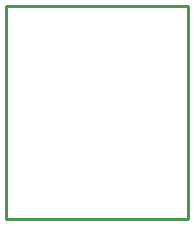
<source format=gbr>
G04 EAGLE Gerber RS-274X export*
G75*
%MOMM*%
%FSLAX34Y34*%
%LPD*%
%IN*%
%IPPOS*%
%AMOC8*
5,1,8,0,0,1.08239X$1,22.5*%
G01*
%ADD10C,0.254000*%


D10*
X0Y0D02*
X154180Y0D01*
X154180Y180240D01*
X0Y180240D01*
X0Y0D01*
M02*

</source>
